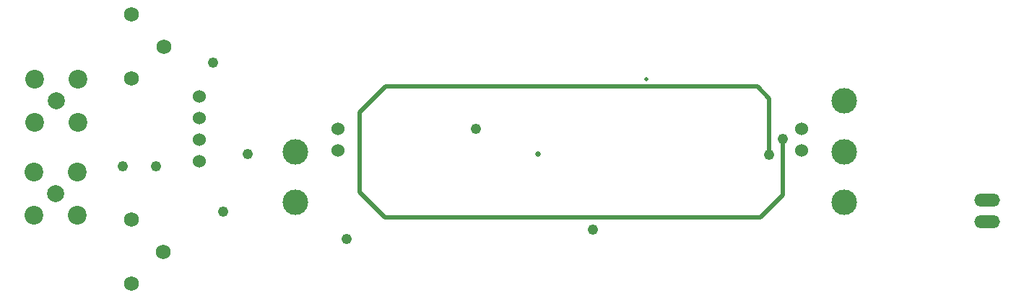
<source format=gbr>
G04 #@! TF.FileFunction,Copper,L5,Inr,Signal*
%FSLAX46Y46*%
G04 Gerber Fmt 4.6, Leading zero omitted, Abs format (unit mm)*
G04 Created by KiCad (PCBNEW 4.0.6) date 05/23/18 19:53:49*
%MOMM*%
%LPD*%
G01*
G04 APERTURE LIST*
%ADD10C,0.100000*%
%ADD11C,1.524000*%
%ADD12C,2.200000*%
%ADD13C,2.000000*%
%ADD14C,1.750000*%
%ADD15O,3.010000X1.510000*%
%ADD16C,0.508000*%
%ADD17C,1.219200*%
%ADD18C,0.650010*%
%ADD19C,2.999990*%
%ADD20C,0.500000*%
G04 APERTURE END LIST*
D10*
D11*
X21336000Y24638000D03*
X21336000Y27178000D03*
X21336000Y19558000D03*
X21336000Y22098000D03*
D12*
X2032000Y24130000D03*
X2032000Y29210000D03*
X7112000Y29210000D03*
X7112000Y24130000D03*
D13*
X4572000Y26670000D03*
D14*
X13395000Y36770000D03*
X13395000Y29270000D03*
X17145000Y33020000D03*
D12*
X1905000Y13208000D03*
X1905000Y18288000D03*
X6985000Y18288000D03*
X6985000Y13208000D03*
D13*
X4445000Y15748000D03*
D11*
X37592000Y20828000D03*
X37592000Y23368000D03*
D15*
X113665000Y12446000D03*
X113665000Y14986000D03*
D11*
X91948000Y20828000D03*
X91948000Y23368000D03*
D14*
X13335000Y12640000D03*
X13335000Y5140000D03*
X17085000Y8890000D03*
D16*
X73704700Y29164030D03*
D17*
X12299950Y18949920D03*
X16199870Y18949920D03*
X24100030Y13549880D03*
X22900130Y31150050D03*
X53710080Y23360130D03*
D18*
X61000130Y20400010D03*
D17*
X27010110Y20360130D03*
X67444620Y11487400D03*
X38623750Y10348210D03*
D19*
X32599880Y20649950D03*
X96899980Y20649950D03*
X96899980Y26649930D03*
X96899980Y14649960D03*
D17*
X89696040Y22130000D03*
X88141050Y20278600D03*
D19*
X32599880Y14649960D03*
D20*
X87117940Y12949940D02*
X89696040Y15528040D01*
X89696040Y15528040D02*
X89696040Y22130000D01*
X43081450Y12949940D02*
X87117940Y12949940D01*
X40132000Y25273000D02*
X40132000Y15899390D01*
X40132000Y15899390D02*
X43081450Y12949940D01*
X43180000Y28321000D02*
X40132000Y25273000D01*
X86741000Y28321000D02*
X43180000Y28321000D01*
X88141050Y26920950D02*
X86741000Y28321000D01*
X88141050Y20278600D02*
X88141050Y26920950D01*
M02*

</source>
